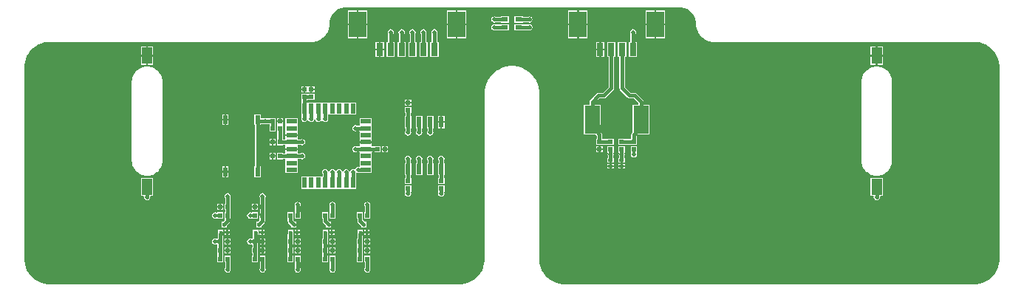
<source format=gtl>
G04*
G04 #@! TF.GenerationSoftware,Altium Limited,Altium Designer,22.1.2 (22)*
G04*
G04 Layer_Physical_Order=1*
G04 Layer_Color=255*
%FSLAX25Y25*%
%MOIN*%
G70*
G04*
G04 #@! TF.SameCoordinates,275DE8A0-DEE6-4034-A094-DBE044462E3A*
G04*
G04*
G04 #@! TF.FilePolarity,Positive*
G04*
G01*
G75*
%ADD12C,0.01575*%
%ADD14R,0.04724X0.07284*%
%ADD15R,0.02047X0.01850*%
%ADD16R,0.02362X0.04724*%
%ADD17R,0.07047X0.12598*%
%ADD18R,0.02165X0.01181*%
%ADD19R,0.01850X0.02047*%
%ADD20R,0.01575X0.01575*%
%ADD21R,0.01968X0.03937*%
%ADD22R,0.01968X0.04724*%
%ADD23R,0.04724X0.01968*%
%ADD24R,0.07874X0.11811*%
%ADD25R,0.02953X0.05906*%
%ADD26R,0.03150X0.01968*%
%ADD40C,0.01181*%
%ADD41C,0.01968*%
G36*
X76292Y70364D02*
X77715Y70080D01*
X79057Y69524D01*
X80264Y68717D01*
X81290Y67690D01*
X82096Y66483D01*
X82652Y65142D01*
X82935Y63718D01*
X82935Y62992D01*
X82940Y62968D01*
X82936Y62943D01*
X82972Y62220D01*
X82990Y62148D01*
Y62074D01*
X83272Y60656D01*
X83310Y60565D01*
X83329Y60468D01*
X83882Y59133D01*
X83937Y59051D01*
X83975Y58959D01*
X84778Y57758D01*
X84847Y57688D01*
X84902Y57605D01*
X85924Y56583D01*
X86007Y56529D01*
X86076Y56459D01*
X87278Y55656D01*
X87369Y55618D01*
X87452Y55563D01*
X88787Y55010D01*
X88884Y54991D01*
X88975Y54953D01*
X90393Y54671D01*
X90467D01*
X90539Y54653D01*
X91262Y54617D01*
X91286Y54621D01*
X91311Y54616D01*
X209403D01*
X210872Y54423D01*
X212304Y54039D01*
X213674Y53472D01*
X214958Y52730D01*
X216134Y51828D01*
X217182Y50780D01*
X218085Y49604D01*
X218826Y48320D01*
X219393Y46950D01*
X219777Y45518D01*
X219970Y44048D01*
Y43307D01*
Y-43004D01*
X219969Y-43033D01*
X219973Y-43058D01*
X219974Y-43117D01*
X219961Y-43259D01*
X219969Y-43326D01*
X219970Y-43343D01*
X219970Y-44048D01*
X219777Y-45518D01*
X219393Y-46950D01*
X218826Y-48320D01*
X218085Y-49604D01*
X217182Y-50780D01*
X216134Y-51828D01*
X214958Y-52730D01*
X213674Y-53472D01*
X212304Y-54039D01*
X210872Y-54423D01*
X209403Y-54616D01*
X208685D01*
X208656Y-54615D01*
X208631Y-54619D01*
X208572Y-54620D01*
X208430Y-54607D01*
X208364Y-54614D01*
X208346Y-54616D01*
X22881D01*
X21411Y-54423D01*
X19979Y-54039D01*
X18609Y-53472D01*
X17326Y-52730D01*
X16150Y-51828D01*
X15101Y-50780D01*
X14199Y-49604D01*
X13457Y-48320D01*
X12890Y-46950D01*
X12506Y-45518D01*
X12313Y-44048D01*
Y-43307D01*
Y31496D01*
X12309Y31516D01*
X12312Y31536D01*
X12277Y32423D01*
X12263Y32481D01*
X12266Y32540D01*
X11988Y34293D01*
X11961Y34368D01*
X11951Y34446D01*
X11403Y36134D01*
X11364Y36203D01*
X11343Y36280D01*
X10537Y37861D01*
X10488Y37923D01*
X10455Y37995D01*
X9412Y39431D01*
X9353Y39485D01*
X9309Y39551D01*
X8055Y40805D01*
X7989Y40850D01*
X7935Y40908D01*
X6499Y41951D01*
X6427Y41984D01*
X6365Y42033D01*
X4783Y42839D01*
X4707Y42860D01*
X4638Y42899D01*
X2950Y43447D01*
X2871Y43457D01*
X2797Y43484D01*
X1044Y43762D01*
X965Y43759D01*
X887Y43774D01*
X-887D01*
X-965Y43759D01*
X-1044Y43762D01*
X-2797Y43484D01*
X-2871Y43457D01*
X-2950Y43447D01*
X-4638Y42899D01*
X-4707Y42860D01*
X-4783Y42839D01*
X-6365Y42033D01*
X-6427Y41984D01*
X-6499Y41951D01*
X-7935Y40908D01*
X-7989Y40850D01*
X-8055Y40805D01*
X-9309Y39551D01*
X-9353Y39485D01*
X-9412Y39431D01*
X-10455Y37995D01*
X-10488Y37923D01*
X-10537Y37861D01*
X-11343Y36280D01*
X-11364Y36203D01*
X-11403Y36134D01*
X-11951Y34446D01*
X-11961Y34368D01*
X-11988Y34293D01*
X-12266Y32540D01*
X-12263Y32481D01*
X-12277Y32423D01*
X-12312Y31535D01*
X-12309Y31516D01*
X-12313Y31496D01*
Y-43307D01*
Y-44048D01*
X-12506Y-45518D01*
X-12890Y-46950D01*
X-13457Y-48320D01*
X-14199Y-49604D01*
X-15101Y-50780D01*
X-16150Y-51828D01*
X-17326Y-52730D01*
X-18609Y-53472D01*
X-19979Y-54039D01*
X-21411Y-54423D01*
X-22881Y-54616D01*
X-209403D01*
X-210872Y-54423D01*
X-212304Y-54039D01*
X-213674Y-53472D01*
X-214958Y-52730D01*
X-216134Y-51828D01*
X-217182Y-50780D01*
X-218085Y-49604D01*
X-218826Y-48320D01*
X-219393Y-46950D01*
X-219777Y-45518D01*
X-219970Y-44048D01*
Y-43307D01*
Y43307D01*
Y44048D01*
X-219777Y45518D01*
X-219393Y46950D01*
X-218826Y48320D01*
X-218085Y49604D01*
X-217182Y50780D01*
X-216134Y51828D01*
X-214958Y52730D01*
X-213674Y53472D01*
X-212304Y54039D01*
X-210872Y54423D01*
X-209403Y54616D01*
X-208786D01*
X-208701Y54559D01*
X-208631Y54545D01*
X-208567Y54515D01*
X-208441Y54508D01*
X-208414Y54502D01*
X-208387Y54493D01*
X-208371Y54494D01*
X-208317Y54483D01*
X-208246D01*
X-208192Y54494D01*
X-208176Y54493D01*
X-208149Y54502D01*
X-208122Y54508D01*
X-207996Y54515D01*
X-207932Y54545D01*
X-207862Y54559D01*
X-207777Y54616D01*
X-90551Y54616D01*
X-90527Y54621D01*
X-90502Y54617D01*
X-89779Y54653D01*
X-89707Y54671D01*
X-89633D01*
X-88215Y54953D01*
X-88124Y54991D01*
X-88027Y55010D01*
X-86692Y55563D01*
X-86610Y55618D01*
X-86518Y55656D01*
X-85317Y56459D01*
X-85247Y56529D01*
X-85164Y56583D01*
X-84143Y57605D01*
X-84088Y57688D01*
X-84018Y57758D01*
X-83215Y58959D01*
X-83177Y59051D01*
X-83122Y59133D01*
X-82569Y60468D01*
X-82550Y60565D01*
X-82512Y60656D01*
X-82230Y62074D01*
Y62148D01*
X-82212Y62220D01*
X-82176Y62943D01*
X-82180Y62968D01*
X-82175Y62992D01*
Y63718D01*
X-81892Y65143D01*
X-81336Y66484D01*
X-80529Y67691D01*
X-79503Y68718D01*
X-78295Y69525D01*
X-76954Y70081D01*
X-75529Y70364D01*
X75563D01*
X76292Y70364D01*
D02*
G37*
%LPC*%
G36*
X7874Y66169D02*
X7336Y66062D01*
X7196Y65968D01*
X5118D01*
Y66142D01*
X1181D01*
Y63386D01*
X5118D01*
Y63560D01*
X7196D01*
X7336Y63466D01*
X7874Y63359D01*
X8412Y63466D01*
X8867Y63770D01*
X9172Y64226D01*
X9279Y64764D01*
X9172Y65301D01*
X8867Y65757D01*
X8412Y66062D01*
X7874Y66169D01*
D02*
G37*
G36*
X-7874D02*
X-8412Y66062D01*
X-8867Y65757D01*
X-9172Y65301D01*
X-9279Y64764D01*
X-9172Y64226D01*
X-8867Y63770D01*
X-8412Y63466D01*
X-7874Y63359D01*
X-7336Y63466D01*
X-7196Y63560D01*
X-5118D01*
Y63386D01*
X-1181D01*
Y66142D01*
X-5118D01*
Y65968D01*
X-7196D01*
X-7336Y66062D01*
X-7874Y66169D01*
D02*
G37*
G36*
X-20628Y68898D02*
X-24565D01*
Y62992D01*
X-20628D01*
Y68898D01*
D02*
G37*
G36*
X-65313D02*
X-69250D01*
Y62992D01*
X-65313D01*
Y68898D01*
D02*
G37*
G36*
X-25353D02*
X-29290D01*
Y62992D01*
X-25353D01*
Y68898D01*
D02*
G37*
G36*
X-70038D02*
X-73975D01*
Y62992D01*
X-70038D01*
Y68898D01*
D02*
G37*
G36*
X68996Y68898D02*
X65059D01*
Y62992D01*
X68996D01*
Y68898D01*
D02*
G37*
G36*
X34154D02*
X30217D01*
Y62992D01*
X34154D01*
Y68898D01*
D02*
G37*
G36*
X64272D02*
X60335D01*
Y62992D01*
X64272D01*
Y68898D01*
D02*
G37*
G36*
X29429D02*
X25492D01*
Y62992D01*
X29429D01*
Y68898D01*
D02*
G37*
G36*
X7874Y62625D02*
X7336Y62519D01*
X7196Y62425D01*
X5118D01*
Y62598D01*
X1181D01*
Y59842D01*
X5118D01*
Y60016D01*
X7196D01*
X7336Y59922D01*
X7874Y59816D01*
X8412Y59922D01*
X8867Y60227D01*
X9172Y60683D01*
X9279Y61221D01*
X9172Y61758D01*
X8867Y62214D01*
X8412Y62519D01*
X7874Y62625D01*
D02*
G37*
G36*
X-7874D02*
X-8412Y62519D01*
X-8867Y62214D01*
X-9172Y61758D01*
X-9279Y61221D01*
X-9172Y60683D01*
X-8867Y60227D01*
X-8412Y59922D01*
X-7874Y59816D01*
X-7336Y59922D01*
X-7196Y60016D01*
X-5118D01*
Y59842D01*
X-1181D01*
Y62598D01*
X-5118D01*
Y62425D01*
X-7196D01*
X-7336Y62519D01*
X-7874Y62625D01*
D02*
G37*
G36*
X68996Y62205D02*
X65059D01*
Y56299D01*
X68996D01*
Y62205D01*
D02*
G37*
G36*
X64272D02*
X60335D01*
Y56299D01*
X64272D01*
Y62205D01*
D02*
G37*
G36*
X34154D02*
X30217D01*
Y56299D01*
X34154D01*
Y62205D01*
D02*
G37*
G36*
X29429D02*
X25492D01*
Y56299D01*
X29429D01*
Y62205D01*
D02*
G37*
G36*
X-20628Y62205D02*
X-24565D01*
Y56299D01*
X-20628D01*
Y62205D01*
D02*
G37*
G36*
X-25353D02*
X-29290D01*
Y56299D01*
X-25353D01*
Y62205D01*
D02*
G37*
G36*
X-65313D02*
X-69250D01*
Y56299D01*
X-65313D01*
Y62205D01*
D02*
G37*
G36*
X-70038D02*
X-73975D01*
Y56299D01*
X-70038D01*
Y62205D01*
D02*
G37*
G36*
X41732Y54527D02*
X40256D01*
Y51575D01*
X41732D01*
Y54527D01*
D02*
G37*
G36*
X39469D02*
X37992D01*
Y51575D01*
X39469D01*
Y54527D01*
D02*
G37*
G36*
X-57735Y54527D02*
X-59211D01*
Y51575D01*
X-57735D01*
Y54527D01*
D02*
G37*
G36*
X-59998D02*
X-61475D01*
Y51575D01*
X-59998D01*
Y54527D01*
D02*
G37*
G36*
X167323Y52461D02*
X164961D01*
Y48819D01*
X167323D01*
Y52461D01*
D02*
G37*
G36*
X164173D02*
X161811D01*
Y48819D01*
X164173D01*
Y52461D01*
D02*
G37*
G36*
X-161811D02*
X-164173D01*
Y48819D01*
X-161811D01*
Y52461D01*
D02*
G37*
G36*
X-164961D02*
X-167323D01*
Y48819D01*
X-164961D01*
Y52461D01*
D02*
G37*
G36*
X54626Y60460D02*
X54088Y60353D01*
X53632Y60049D01*
X53328Y59593D01*
X53221Y59055D01*
X53328Y58517D01*
X53422Y58377D01*
Y54527D01*
X52756D01*
Y47835D01*
X56496D01*
Y54527D01*
X55830D01*
Y58377D01*
X55924Y58517D01*
X56031Y59055D01*
X55924Y59593D01*
X55619Y60049D01*
X55164Y60353D01*
X54626Y60460D01*
D02*
G37*
G36*
X41732Y50787D02*
X40256D01*
Y47835D01*
X41732D01*
Y50787D01*
D02*
G37*
G36*
X39469D02*
X37992D01*
Y47835D01*
X39469D01*
Y50787D01*
D02*
G37*
G36*
X-34998Y60460D02*
X-35536Y60353D01*
X-35992Y60049D01*
X-36296Y59593D01*
X-36403Y59055D01*
X-36296Y58517D01*
X-36203Y58377D01*
Y54527D01*
X-36869D01*
Y47835D01*
X-33128D01*
Y54527D01*
X-33794D01*
Y58377D01*
X-33700Y58517D01*
X-33593Y59055D01*
X-33700Y59593D01*
X-34005Y60049D01*
X-34461Y60353D01*
X-34998Y60460D01*
D02*
G37*
G36*
X-39920D02*
X-40457Y60353D01*
X-40913Y60049D01*
X-41218Y59593D01*
X-41325Y59055D01*
X-41218Y58517D01*
X-41124Y58377D01*
Y54527D01*
X-41790D01*
Y47835D01*
X-38050D01*
Y54527D01*
X-38715D01*
Y58377D01*
X-38622Y58517D01*
X-38515Y59055D01*
X-38622Y59593D01*
X-38926Y60049D01*
X-39382Y60353D01*
X-39920Y60460D01*
D02*
G37*
G36*
X-44841D02*
X-45379Y60353D01*
X-45834Y60049D01*
X-46139Y59593D01*
X-46246Y59055D01*
X-46139Y58517D01*
X-46045Y58377D01*
Y54527D01*
X-46711D01*
Y47835D01*
X-42971D01*
Y54527D01*
X-43637D01*
Y58377D01*
X-43543Y58517D01*
X-43436Y59055D01*
X-43543Y59593D01*
X-43848Y60049D01*
X-44303Y60353D01*
X-44841Y60460D01*
D02*
G37*
G36*
X-49762D02*
X-50300Y60353D01*
X-50756Y60049D01*
X-51060Y59593D01*
X-51167Y59055D01*
X-51060Y58517D01*
X-50966Y58377D01*
Y54527D01*
X-51632D01*
Y47835D01*
X-47892D01*
Y54527D01*
X-48558D01*
Y58377D01*
X-48464Y58517D01*
X-48357Y59055D01*
X-48464Y59593D01*
X-48769Y60049D01*
X-49224Y60353D01*
X-49762Y60460D01*
D02*
G37*
G36*
X-54684D02*
X-55221Y60353D01*
X-55677Y60049D01*
X-55981Y59593D01*
X-56088Y59055D01*
X-55981Y58517D01*
X-55888Y58377D01*
Y54527D01*
X-56554D01*
Y47835D01*
X-52813D01*
Y54527D01*
X-53479D01*
Y58377D01*
X-53386Y58517D01*
X-53278Y59055D01*
X-53386Y59593D01*
X-53690Y60049D01*
X-54146Y60353D01*
X-54684Y60460D01*
D02*
G37*
G36*
X-57735Y50787D02*
X-59211D01*
Y47835D01*
X-57735D01*
Y50787D01*
D02*
G37*
G36*
X-59998D02*
X-61475D01*
Y47835D01*
X-59998D01*
Y50787D01*
D02*
G37*
G36*
X167323Y48031D02*
X164961D01*
Y44390D01*
X167323D01*
Y48031D01*
D02*
G37*
G36*
X164173D02*
X161811D01*
Y44390D01*
X164173D01*
Y48031D01*
D02*
G37*
G36*
X-161811Y48031D02*
X-164173D01*
Y44390D01*
X-161811D01*
Y48031D01*
D02*
G37*
G36*
X-164961D02*
X-167323D01*
Y44390D01*
X-164961D01*
Y48031D01*
D02*
G37*
G36*
X-90158Y34508D02*
Y33583D01*
X-89134D01*
Y34508D01*
X-90158D01*
D02*
G37*
G36*
X-94095D02*
X-95118D01*
Y33583D01*
X-94095D01*
Y34508D01*
D02*
G37*
G36*
X-89134Y32795D02*
X-90158D01*
Y31870D01*
X-89134D01*
Y32795D01*
D02*
G37*
G36*
X-94095D02*
X-95118D01*
Y31870D01*
X-94095D01*
Y32795D01*
D02*
G37*
G36*
X-92283Y34508D02*
X-92469Y34508D01*
X-93307D01*
Y33189D01*
Y31870D01*
X-92469D01*
X-91969Y31870D01*
X-91783Y31870D01*
X-90945D01*
Y33189D01*
Y34508D01*
X-92283D01*
D02*
G37*
G36*
X46654Y54527D02*
X42913D01*
Y47835D01*
X43579D01*
Y34282D01*
X41001Y31704D01*
X39000D01*
X39000Y31704D01*
X38539Y31613D01*
X38148Y31352D01*
X35369Y28572D01*
X35108Y28181D01*
X35016Y27720D01*
X35016Y27720D01*
Y26378D01*
X32303D01*
Y12992D01*
X37833D01*
X37844Y12937D01*
X38105Y12546D01*
X38296Y12355D01*
Y10886D01*
X38083D01*
Y8248D01*
X40917D01*
Y8363D01*
X43083D01*
Y8248D01*
X45917D01*
Y10886D01*
X43083D01*
Y10771D01*
X40917D01*
Y10886D01*
X40704D01*
Y12854D01*
X40704Y12854D01*
X40613Y13315D01*
X40352Y13706D01*
X40352Y13706D01*
X40161Y13896D01*
Y16949D01*
X40161Y16949D01*
X40138Y17065D01*
Y26378D01*
X37425D01*
Y27222D01*
X39499Y29296D01*
X41500D01*
X41500Y29296D01*
X41961Y29387D01*
X42351Y29649D01*
X45635Y32932D01*
X45635Y32932D01*
X45896Y33323D01*
X45988Y33784D01*
Y47835D01*
X46654D01*
Y54527D01*
D02*
G37*
G36*
X-92283Y31122D02*
Y31122D01*
X-92454Y31122D01*
X-95118D01*
Y28484D01*
X-94905D01*
Y27362D01*
X-95079D01*
Y21850D01*
X-94905D01*
Y20663D01*
X-94999Y20522D01*
X-95106Y19985D01*
X-94999Y19447D01*
X-94694Y18991D01*
X-94238Y18687D01*
X-93701Y18580D01*
X-93163Y18687D01*
X-92707Y18991D01*
X-92403Y19447D01*
X-92391Y19506D01*
X-91881D01*
X-91849Y19344D01*
X-91545Y18889D01*
X-91089Y18584D01*
X-90551Y18477D01*
X-90013Y18584D01*
X-89558Y18889D01*
X-89253Y19344D01*
X-89231Y19454D01*
X-88722D01*
X-88700Y19344D01*
X-88395Y18889D01*
X-87939Y18584D01*
X-87402Y18477D01*
X-86864Y18584D01*
X-86408Y18889D01*
X-86104Y19344D01*
X-86082Y19454D01*
X-85572D01*
X-85550Y19344D01*
X-85245Y18889D01*
X-84790Y18584D01*
X-84252Y18477D01*
X-83714Y18584D01*
X-83258Y18889D01*
X-82954Y19344D01*
X-82847Y19882D01*
X-82954Y20420D01*
X-83048Y20560D01*
Y21677D01*
X-82874Y21850D01*
X-82480D01*
X-82374Y21850D01*
X-79831D01*
X-79724Y21850D01*
X-79331D01*
X-79224Y21850D01*
X-76681D01*
X-76575Y21850D01*
X-76181D01*
X-76075Y21850D01*
X-73532D01*
X-73425Y21850D01*
X-73032D01*
X-72925Y21850D01*
X-70276D01*
Y27362D01*
X-72925D01*
X-73032Y27362D01*
X-73425D01*
X-73532Y27362D01*
X-76075D01*
X-76181Y27362D01*
X-76575D01*
X-76681Y27362D01*
X-79224D01*
X-79331Y27362D01*
X-79724D01*
X-79831Y27362D01*
X-82374D01*
X-82480Y27362D01*
X-82874D01*
X-82980Y27362D01*
X-85524D01*
X-85630Y27362D01*
X-86024D01*
X-86130Y27362D01*
X-88673D01*
X-88779Y27362D01*
X-89173D01*
X-89280Y27362D01*
X-91823D01*
X-91929Y27362D01*
X-92323D01*
X-92497Y27536D01*
Y28073D01*
X-92283Y28484D01*
X-91969D01*
Y28484D01*
X-89134D01*
Y31122D01*
X-91798D01*
X-91969Y31122D01*
Y31122D01*
X-92283D01*
D02*
G37*
G36*
X-45453Y28602D02*
X-46476D01*
Y27677D01*
X-45453D01*
Y28602D01*
D02*
G37*
G36*
X-47264D02*
X-48287D01*
Y27677D01*
X-47264D01*
Y28602D01*
D02*
G37*
G36*
X-45453Y26890D02*
X-46476D01*
Y25965D01*
X-45453D01*
Y26890D01*
D02*
G37*
G36*
X-47264D02*
X-48287D01*
Y25965D01*
X-47264D01*
Y26890D01*
D02*
G37*
G36*
X-127953Y22047D02*
X-128937D01*
Y20079D01*
X-127953D01*
Y22047D01*
D02*
G37*
G36*
X-129724D02*
X-130709D01*
Y20079D01*
X-129724D01*
Y22047D01*
D02*
G37*
G36*
X-103287Y20315D02*
X-104213D01*
Y19291D01*
X-103287D01*
Y20315D01*
D02*
G37*
G36*
X-105000D02*
X-105925D01*
Y19291D01*
X-105000D01*
Y20315D01*
D02*
G37*
G36*
X-30295Y21260D02*
X-31476D01*
Y18898D01*
X-30295D01*
Y21260D01*
D02*
G37*
G36*
X-32264D02*
X-33445D01*
Y18898D01*
X-32264D01*
Y21260D01*
D02*
G37*
G36*
X-127953Y19291D02*
X-128937D01*
Y17323D01*
X-127953D01*
Y19291D01*
D02*
G37*
G36*
X-129724D02*
X-130709D01*
Y17323D01*
X-129724D01*
Y19291D01*
D02*
G37*
G36*
X-63189Y20276D02*
X-68701D01*
Y17626D01*
X-68701Y17520D01*
Y17126D01*
X-68875Y16952D01*
X-69991D01*
X-70132Y17046D01*
X-70669Y17153D01*
X-71207Y17046D01*
X-71663Y16741D01*
X-71967Y16286D01*
X-72074Y15748D01*
X-71967Y15210D01*
X-71663Y14755D01*
X-71207Y14450D01*
X-70669Y14343D01*
X-70132Y14450D01*
X-69991Y14544D01*
X-68875D01*
X-68701Y14370D01*
Y13976D01*
X-68701Y13870D01*
Y11327D01*
X-68701Y11220D01*
Y10827D01*
X-68701Y10721D01*
Y9843D01*
X-63189D01*
Y10721D01*
X-63189Y10827D01*
Y11220D01*
X-63189Y11327D01*
Y13870D01*
X-63189Y13976D01*
Y14370D01*
X-63189Y14476D01*
Y17020D01*
X-63189Y17126D01*
Y17520D01*
X-63189Y17626D01*
Y20276D01*
D02*
G37*
G36*
X-30295Y18110D02*
X-31476D01*
Y15748D01*
X-30295D01*
Y18110D01*
D02*
G37*
G36*
X-32264D02*
X-33445D01*
Y15748D01*
X-32264D01*
Y18110D01*
D02*
G37*
G36*
X-113386Y22047D02*
X-116142D01*
Y17323D01*
X-115968D01*
Y-1575D01*
X-116142D01*
Y-6299D01*
X-113386D01*
Y-1575D01*
X-113559D01*
Y17323D01*
X-113386D01*
Y17693D01*
X-111958D01*
X-111817Y17600D01*
X-111279Y17493D01*
X-110742Y17600D01*
X-110602Y17693D01*
X-109723D01*
X-109311Y17480D01*
Y17165D01*
X-109311D01*
Y14331D01*
X-106673D01*
Y17165D01*
X-106673D01*
Y17480D01*
X-106673D01*
Y20315D01*
X-109311D01*
Y20102D01*
X-110602D01*
X-110742Y20196D01*
X-111279Y20303D01*
X-111817Y20196D01*
X-111958Y20102D01*
X-113386D01*
Y22047D01*
D02*
G37*
G36*
X-96653Y20276D02*
X-102165D01*
Y17626D01*
X-102165Y17520D01*
Y17126D01*
X-102165Y17020D01*
Y14476D01*
X-102165Y14370D01*
Y13976D01*
X-102165Y13870D01*
Y12992D01*
X-96653D01*
Y13870D01*
X-96653Y13976D01*
Y14370D01*
X-96653Y14476D01*
Y17020D01*
X-96653Y17126D01*
Y17520D01*
X-96653Y17626D01*
Y20276D01*
D02*
G37*
G36*
X-35295Y21260D02*
X-38445D01*
Y15748D01*
X-38074D01*
Y14457D01*
X-38168Y14317D01*
X-38275Y13780D01*
X-38168Y13242D01*
X-37863Y12786D01*
X-37408Y12482D01*
X-36870Y12375D01*
X-36332Y12482D01*
X-35877Y12786D01*
X-35572Y13242D01*
X-35465Y13780D01*
X-35572Y14317D01*
X-35666Y14457D01*
Y15748D01*
X-35295D01*
Y21260D01*
D02*
G37*
G36*
X-40295D02*
X-43445D01*
Y15748D01*
X-43074D01*
Y14457D01*
X-43168Y14317D01*
X-43275Y13780D01*
X-43168Y13242D01*
X-42864Y12786D01*
X-42408Y12482D01*
X-41870Y12375D01*
X-41332Y12482D01*
X-40877Y12786D01*
X-40572Y13242D01*
X-40465Y13780D01*
X-40572Y14317D01*
X-40666Y14457D01*
Y15748D01*
X-40295D01*
Y21260D01*
D02*
G37*
G36*
X-45453Y25216D02*
X-48287D01*
Y22579D01*
X-48074D01*
Y21260D01*
X-48445D01*
Y15748D01*
X-48074D01*
Y14457D01*
X-48168Y14317D01*
X-48275Y13780D01*
X-48168Y13242D01*
X-47864Y12786D01*
X-47408Y12482D01*
X-46870Y12375D01*
X-46332Y12482D01*
X-45877Y12786D01*
X-45572Y13242D01*
X-45465Y13780D01*
X-45572Y14317D01*
X-45666Y14457D01*
Y15748D01*
X-45295D01*
Y21260D01*
X-45666D01*
Y22579D01*
X-45453D01*
Y25216D01*
D02*
G37*
G36*
X51575Y54527D02*
X47835D01*
Y47835D01*
X48500D01*
Y33795D01*
X48500Y33795D01*
X48592Y33334D01*
X48853Y32944D01*
X52148Y29649D01*
X52539Y29387D01*
X53000Y29296D01*
X53000Y29296D01*
X55001D01*
X57064Y27233D01*
Y26378D01*
X54350D01*
Y17065D01*
X54327Y16949D01*
X54327Y16949D01*
Y13885D01*
X54149Y13706D01*
X53887Y13315D01*
X53796Y12854D01*
X53796Y12854D01*
Y10886D01*
X53583D01*
Y10771D01*
X50917D01*
Y10886D01*
X48083D01*
Y8248D01*
X50917D01*
Y8363D01*
X53583D01*
Y8248D01*
X56417D01*
Y10886D01*
X56204D01*
Y12355D01*
X56383Y12534D01*
X56644Y12925D01*
X56657Y12992D01*
X62185D01*
Y26378D01*
X59472D01*
Y27732D01*
X59380Y28193D01*
X59119Y28584D01*
X59119Y28584D01*
X56352Y31352D01*
X55961Y31613D01*
X55500Y31704D01*
X55500Y31704D01*
X53499D01*
X50909Y34294D01*
Y47835D01*
X51575D01*
Y54527D01*
D02*
G37*
G36*
X-106673Y10866D02*
X-107598D01*
Y9843D01*
X-106673D01*
Y10866D01*
D02*
G37*
G36*
X-108386D02*
X-109311D01*
Y9843D01*
X-108386D01*
Y10866D01*
D02*
G37*
G36*
X-103287Y18504D02*
X-104606D01*
X-105925D01*
Y17665D01*
X-105925Y17165D01*
X-105925Y16980D01*
Y14331D01*
X-105810D01*
Y10866D01*
X-105925D01*
Y8032D01*
X-103287D01*
Y8245D01*
X-102339D01*
X-102165Y8071D01*
Y7677D01*
X-102165Y7571D01*
Y6693D01*
X-96653D01*
Y7571D01*
X-96653Y7677D01*
Y8071D01*
X-96480Y8245D01*
X-95363D01*
X-95223Y8151D01*
X-94685Y8044D01*
X-94147Y8151D01*
X-93692Y8455D01*
X-93387Y8911D01*
X-93280Y9449D01*
X-93387Y9986D01*
X-93692Y10442D01*
X-94147Y10747D01*
X-94685Y10854D01*
X-95223Y10747D01*
X-95363Y10653D01*
X-96480D01*
X-96653Y10827D01*
Y11220D01*
X-96653Y11327D01*
Y12205D01*
X-102165D01*
Y11327D01*
X-102165Y11220D01*
Y10827D01*
X-102339Y10653D01*
X-103287D01*
Y10866D01*
X-103402D01*
Y14331D01*
X-103287D01*
Y16980D01*
X-103287Y17480D01*
X-103287Y17665D01*
Y18504D01*
D02*
G37*
G36*
X-106673Y9055D02*
X-107598D01*
Y8032D01*
X-106673D01*
Y9055D01*
D02*
G37*
G36*
X-108386D02*
X-109311D01*
Y8032D01*
X-108386D01*
Y9055D01*
D02*
G37*
G36*
X-63189D02*
X-68701D01*
Y8177D01*
X-68701Y8071D01*
Y7677D01*
X-68875Y7503D01*
X-69991D01*
X-70132Y7597D01*
X-70669Y7704D01*
X-71207Y7597D01*
X-71663Y7293D01*
X-71967Y6837D01*
X-72074Y6299D01*
X-71967Y5762D01*
X-71663Y5306D01*
X-71207Y5001D01*
X-70669Y4894D01*
X-70132Y5001D01*
X-69991Y5095D01*
X-68875D01*
X-68701Y4921D01*
Y4528D01*
X-68701Y4421D01*
Y1878D01*
X-68701Y1772D01*
Y1378D01*
X-68701Y1272D01*
Y-1294D01*
X-68868Y-1684D01*
X-69243Y-1754D01*
X-69291Y-1745D01*
X-69829Y-1852D01*
X-70285Y-2156D01*
X-70589Y-2612D01*
X-70603Y-2679D01*
X-70993Y-2840D01*
X-71143Y-2830D01*
X-71653Y-2729D01*
X-72191Y-2836D01*
X-72647Y-3140D01*
X-72952Y-3596D01*
X-72974Y-3706D01*
X-73483D01*
X-73505Y-3596D01*
X-73810Y-3140D01*
X-74265Y-2836D01*
X-74803Y-2729D01*
X-75341Y-2836D01*
X-75797Y-3140D01*
X-76101Y-3596D01*
X-76123Y-3706D01*
X-76633D01*
X-76655Y-3596D01*
X-76959Y-3140D01*
X-77415Y-2836D01*
X-77953Y-2729D01*
X-78490Y-2836D01*
X-78946Y-3140D01*
X-79251Y-3596D01*
X-79273Y-3706D01*
X-79782D01*
X-79804Y-3596D01*
X-80109Y-3140D01*
X-80565Y-2836D01*
X-81102Y-2729D01*
X-81640Y-2836D01*
X-82096Y-3140D01*
X-82400Y-3596D01*
X-82414Y-3665D01*
X-82924D01*
X-82954Y-3514D01*
X-83258Y-3058D01*
X-83714Y-2753D01*
X-84252Y-2646D01*
X-84790Y-2753D01*
X-85245Y-3058D01*
X-85550Y-3514D01*
X-85657Y-4051D01*
X-85550Y-4589D01*
X-85456Y-4729D01*
Y-5929D01*
X-85630Y-6102D01*
X-86024D01*
X-86130Y-6102D01*
X-88673D01*
X-88779Y-6102D01*
X-89173D01*
X-89280Y-6102D01*
X-91823D01*
X-91929Y-6102D01*
X-92323D01*
X-92429Y-6102D01*
X-95079D01*
Y-11614D01*
X-92429D01*
X-92323Y-11614D01*
X-91929D01*
X-91823Y-11614D01*
X-89280D01*
X-89173Y-11614D01*
X-88779D01*
X-88673Y-11614D01*
X-86130D01*
X-86024Y-11614D01*
X-85630D01*
X-85524Y-11614D01*
X-82980D01*
X-82874Y-11614D01*
X-82480D01*
X-82374Y-11614D01*
X-79831D01*
X-79724Y-11614D01*
X-79331D01*
X-79224Y-11614D01*
X-76681D01*
X-76575Y-11614D01*
X-76181D01*
X-76075Y-11614D01*
X-73532D01*
X-73425Y-11614D01*
X-73032D01*
X-72925Y-11614D01*
X-70276D01*
Y-6102D01*
X-70449D01*
Y-4812D01*
X-70367Y-4689D01*
X-70274Y-4576D01*
X-69952Y-4443D01*
X-69802Y-4453D01*
X-69291Y-4555D01*
X-69197Y-4536D01*
X-68701Y-4528D01*
X-68701Y-4528D01*
X-68701Y-4528D01*
X-63189D01*
Y-1878D01*
X-63189Y-1772D01*
Y-1378D01*
X-63189Y-1272D01*
Y1272D01*
X-63189Y1378D01*
Y1772D01*
X-63189Y1878D01*
Y4421D01*
X-63189Y4528D01*
Y4921D01*
X-63015Y5095D01*
X-62067D01*
Y4882D01*
X-59429D01*
Y7717D01*
X-62067D01*
Y7503D01*
X-63015D01*
X-63189Y7677D01*
Y8071D01*
X-63189Y8177D01*
Y9055D01*
D02*
G37*
G36*
X-56043Y7717D02*
X-56968D01*
Y6693D01*
X-56043D01*
Y7717D01*
D02*
G37*
G36*
X-57756D02*
X-58681D01*
Y6693D01*
X-57756D01*
Y7717D01*
D02*
G37*
G36*
X40917Y7500D02*
X39894D01*
Y6575D01*
X40917D01*
Y7500D01*
D02*
G37*
G36*
X39106D02*
X38083D01*
Y6575D01*
X39106D01*
Y7500D01*
D02*
G37*
G36*
X-56043Y5906D02*
X-56968D01*
Y4882D01*
X-56043D01*
Y5906D01*
D02*
G37*
G36*
X-57756D02*
X-58681D01*
Y4882D01*
X-57756D01*
Y5906D01*
D02*
G37*
G36*
X40917Y5787D02*
X39894D01*
Y4862D01*
X40917D01*
Y5787D01*
D02*
G37*
G36*
X39106D02*
X38083D01*
Y4862D01*
X39106D01*
Y5787D01*
D02*
G37*
G36*
X-96653Y5906D02*
X-102165D01*
Y5028D01*
X-102165Y4921D01*
Y4528D01*
X-102339Y4354D01*
X-103287D01*
Y4567D01*
X-105925D01*
Y1732D01*
X-103287D01*
Y1945D01*
X-102339D01*
X-102165Y1772D01*
Y1378D01*
X-102165Y1272D01*
Y-1272D01*
X-102165Y-1378D01*
Y-1772D01*
X-102165Y-1878D01*
Y-4528D01*
X-96653D01*
Y-1878D01*
X-96653Y-1772D01*
Y-1378D01*
X-96653Y-1272D01*
Y1272D01*
X-96653Y1378D01*
Y1772D01*
X-96480Y1945D01*
X-95363D01*
X-95223Y1852D01*
X-94685Y1745D01*
X-94147Y1852D01*
X-93692Y2156D01*
X-93387Y2612D01*
X-93280Y3150D01*
X-93387Y3687D01*
X-93692Y4143D01*
X-94147Y4448D01*
X-94685Y4555D01*
X-95223Y4448D01*
X-95363Y4354D01*
X-96480D01*
X-96653Y4528D01*
Y4921D01*
X-96653Y5028D01*
Y5906D01*
D02*
G37*
G36*
X-106673Y4567D02*
X-107598D01*
Y3543D01*
X-106673D01*
Y4567D01*
D02*
G37*
G36*
X-108386D02*
X-109311D01*
Y3543D01*
X-108386D01*
Y4567D01*
D02*
G37*
G36*
X56417Y7500D02*
X53583D01*
Y4862D01*
X53583Y4862D01*
X53680Y4362D01*
X53595Y3937D01*
X53702Y3399D01*
X54007Y2944D01*
X54462Y2639D01*
X55000Y2532D01*
X55538Y2639D01*
X55993Y2944D01*
X56298Y3399D01*
X56405Y3937D01*
X56320Y4362D01*
X56417Y4862D01*
X56417D01*
Y7500D01*
D02*
G37*
G36*
X-106673Y2756D02*
X-107598D01*
Y1732D01*
X-106673D01*
Y2756D01*
D02*
G37*
G36*
X-108386D02*
X-109311D01*
Y1732D01*
X-108386D01*
Y2756D01*
D02*
G37*
G36*
X50917Y7500D02*
X48083D01*
Y4862D01*
X48083D01*
X48232Y4362D01*
X48202Y4317D01*
X48095Y3779D01*
X48202Y3242D01*
X48296Y3102D01*
Y2362D01*
X48024D01*
Y394D01*
X48847D01*
X49039Y265D01*
X49500Y174D01*
X49961Y265D01*
X50153Y394D01*
X50976D01*
Y2362D01*
X50704D01*
Y3102D01*
X50798Y3242D01*
X50905Y3779D01*
X50798Y4317D01*
X50768Y4362D01*
X50917Y4862D01*
X50917D01*
Y7500D01*
D02*
G37*
G36*
X45917D02*
X43083D01*
Y4862D01*
X43083D01*
X43232Y4362D01*
X43202Y4317D01*
X43095Y3779D01*
X43202Y3242D01*
X43296Y3102D01*
Y2362D01*
X43024D01*
Y394D01*
X43847D01*
X44039Y265D01*
X44500Y174D01*
X44961Y265D01*
X45153Y394D01*
X45976D01*
Y2362D01*
X45704D01*
Y3102D01*
X45798Y3242D01*
X45905Y3779D01*
X45798Y4317D01*
X45768Y4362D01*
X45917Y4862D01*
X45917D01*
Y7500D01*
D02*
G37*
G36*
X50976Y-394D02*
X49894D01*
Y-984D01*
X50976D01*
Y-394D01*
D02*
G37*
G36*
X45976D02*
X44894D01*
Y-984D01*
X45976D01*
Y-394D01*
D02*
G37*
G36*
X49106D02*
X48024D01*
Y-984D01*
X49106D01*
Y-394D01*
D02*
G37*
G36*
X44106D02*
X43024D01*
Y-984D01*
X44106D01*
Y-394D01*
D02*
G37*
G36*
X50976Y-1772D02*
X49894D01*
Y-2362D01*
X50976D01*
Y-1772D01*
D02*
G37*
G36*
X49106D02*
X48024D01*
Y-2362D01*
X49106D01*
Y-1772D01*
D02*
G37*
G36*
X45976D02*
X44894D01*
Y-2362D01*
X45976D01*
Y-1772D01*
D02*
G37*
G36*
X44106D02*
X43024D01*
Y-2362D01*
X44106D01*
Y-1772D01*
D02*
G37*
G36*
X-127953Y-1575D02*
X-128937D01*
Y-3543D01*
X-127953D01*
Y-1575D01*
D02*
G37*
G36*
X-129724D02*
X-130709D01*
Y-3543D01*
X-129724D01*
Y-1575D01*
D02*
G37*
G36*
X-36870Y3373D02*
X-37408Y3266D01*
X-37863Y2962D01*
X-38168Y2506D01*
X-38275Y1969D01*
X-38168Y1431D01*
X-38074Y1290D01*
Y0D01*
X-38445D01*
Y-5512D01*
X-35295D01*
Y0D01*
X-35666D01*
Y1290D01*
X-35572Y1431D01*
X-35465Y1969D01*
X-35572Y2506D01*
X-35877Y2962D01*
X-36332Y3266D01*
X-36870Y3373D01*
D02*
G37*
G36*
X-41870D02*
X-42408Y3266D01*
X-42864Y2962D01*
X-43168Y2506D01*
X-43275Y1969D01*
X-43168Y1431D01*
X-43074Y1290D01*
Y0D01*
X-43445D01*
Y-5512D01*
X-40295D01*
Y0D01*
X-40666D01*
Y1290D01*
X-40572Y1431D01*
X-40465Y1969D01*
X-40572Y2506D01*
X-40877Y2962D01*
X-41332Y3266D01*
X-41870Y3373D01*
D02*
G37*
G36*
X165149Y43523D02*
X163985D01*
X163888Y43504D01*
X163789D01*
X162649Y43277D01*
X162557Y43239D01*
X162460Y43220D01*
X161386Y42775D01*
X161303Y42720D01*
X161212Y42682D01*
X160245Y42036D01*
X160175Y41966D01*
X160093Y41911D01*
X159270Y41088D01*
X159215Y41006D01*
X159145Y40936D01*
X158499Y39969D01*
X158461Y39878D01*
X158406Y39796D01*
X157961Y38721D01*
X157942Y38624D01*
X157904Y38533D01*
X157677Y37392D01*
Y37293D01*
X157658Y37196D01*
Y36614D01*
Y1181D01*
Y599D01*
X157677Y502D01*
Y404D01*
X157904Y-737D01*
X157942Y-829D01*
X157961Y-926D01*
X158406Y-2000D01*
X158461Y-2083D01*
X158499Y-2174D01*
X159145Y-3141D01*
X159215Y-3211D01*
X159270Y-3293D01*
X160093Y-4116D01*
X160175Y-4171D01*
X160245Y-4240D01*
X161212Y-4887D01*
X161303Y-4924D01*
X161386Y-4979D01*
X162460Y-5425D01*
X162557Y-5444D01*
X162649Y-5482D01*
X163789Y-5709D01*
X163888D01*
X163985Y-5728D01*
X165149D01*
X165245Y-5709D01*
X165344D01*
X166485Y-5482D01*
X166577Y-5444D01*
X166674Y-5425D01*
X167748Y-4979D01*
X167831Y-4924D01*
X167922Y-4887D01*
X168889Y-4240D01*
X168959Y-4171D01*
X169041Y-4116D01*
X169864Y-3293D01*
X169919Y-3211D01*
X169988Y-3141D01*
X170635Y-2174D01*
X170673Y-2083D01*
X170728Y-2000D01*
X171173Y-926D01*
X171192Y-829D01*
X171230Y-737D01*
X171457Y404D01*
Y502D01*
X171476Y599D01*
Y1181D01*
Y36614D01*
Y37196D01*
X171457Y37293D01*
Y37392D01*
X171230Y38533D01*
X171192Y38624D01*
X171173Y38721D01*
X170728Y39796D01*
X170673Y39878D01*
X170635Y39969D01*
X169988Y40936D01*
X169919Y41006D01*
X169864Y41088D01*
X169041Y41911D01*
X168959Y41966D01*
X168889Y42036D01*
X167922Y42682D01*
X167831Y42720D01*
X167748Y42775D01*
X166674Y43220D01*
X166577Y43239D01*
X166485Y43277D01*
X165344Y43504D01*
X165245D01*
X165149Y43523D01*
D02*
G37*
G36*
X-163985D02*
X-165149D01*
X-165245Y43504D01*
X-165344D01*
X-166485Y43277D01*
X-166577Y43239D01*
X-166674Y43220D01*
X-167748Y42775D01*
X-167831Y42720D01*
X-167922Y42682D01*
X-168889Y42036D01*
X-168959Y41966D01*
X-169041Y41911D01*
X-169864Y41088D01*
X-169919Y41006D01*
X-169988Y40936D01*
X-170635Y39969D01*
X-170673Y39878D01*
X-170728Y39796D01*
X-171173Y38721D01*
X-171192Y38624D01*
X-171230Y38533D01*
X-171457Y37392D01*
Y37293D01*
X-171476Y37196D01*
Y36614D01*
Y1181D01*
Y599D01*
X-171457Y502D01*
Y404D01*
X-171230Y-737D01*
X-171192Y-829D01*
X-171173Y-926D01*
X-170728Y-2000D01*
X-170673Y-2083D01*
X-170635Y-2174D01*
X-169988Y-3141D01*
X-169919Y-3211D01*
X-169864Y-3293D01*
X-169041Y-4116D01*
X-168959Y-4171D01*
X-168889Y-4240D01*
X-167922Y-4887D01*
X-167831Y-4924D01*
X-167748Y-4979D01*
X-166674Y-5425D01*
X-166577Y-5444D01*
X-166485Y-5482D01*
X-165344Y-5709D01*
X-165245D01*
X-165149Y-5728D01*
X-163985D01*
X-163888Y-5709D01*
X-163789D01*
X-162649Y-5482D01*
X-162557Y-5444D01*
X-162460Y-5425D01*
X-161386Y-4979D01*
X-161303Y-4924D01*
X-161212Y-4887D01*
X-160245Y-4240D01*
X-160175Y-4171D01*
X-160093Y-4116D01*
X-159270Y-3293D01*
X-159215Y-3211D01*
X-159145Y-3141D01*
X-158499Y-2174D01*
X-158461Y-2083D01*
X-158406Y-2000D01*
X-157961Y-926D01*
X-157942Y-829D01*
X-157904Y-737D01*
X-157677Y404D01*
Y502D01*
X-157658Y599D01*
Y1181D01*
Y36614D01*
Y37196D01*
X-157677Y37293D01*
Y37392D01*
X-157904Y38533D01*
X-157942Y38624D01*
X-157961Y38721D01*
X-158406Y39796D01*
X-158461Y39878D01*
X-158499Y39969D01*
X-159145Y40936D01*
X-159215Y41006D01*
X-159270Y41088D01*
X-160093Y41911D01*
X-160175Y41966D01*
X-160245Y42036D01*
X-161212Y42682D01*
X-161303Y42720D01*
X-161386Y42775D01*
X-162460Y43220D01*
X-162557Y43239D01*
X-162649Y43277D01*
X-163789Y43504D01*
X-163888D01*
X-163985Y43523D01*
D02*
G37*
G36*
X-127953Y-4331D02*
X-128937D01*
Y-6299D01*
X-127953D01*
Y-4331D01*
D02*
G37*
G36*
X-129724D02*
X-130709D01*
Y-6299D01*
X-129724D01*
Y-4331D01*
D02*
G37*
G36*
X-31870Y3373D02*
X-32408Y3266D01*
X-32864Y2962D01*
X-33168Y2506D01*
X-33275Y1969D01*
X-33168Y1431D01*
X-33074Y1290D01*
Y0D01*
X-33445D01*
Y-5512D01*
X-33074D01*
Y-6831D01*
X-33287D01*
Y-9469D01*
X-30453D01*
Y-6831D01*
X-30666D01*
Y-5512D01*
X-30295D01*
Y0D01*
X-30666D01*
Y1290D01*
X-30572Y1431D01*
X-30465Y1969D01*
X-30572Y2506D01*
X-30877Y2962D01*
X-31332Y3266D01*
X-31870Y3373D01*
D02*
G37*
G36*
X-46870D02*
X-47408Y3266D01*
X-47864Y2962D01*
X-48168Y2506D01*
X-48275Y1969D01*
X-48168Y1431D01*
X-48074Y1290D01*
Y0D01*
X-48445D01*
Y-5512D01*
X-48074D01*
Y-6831D01*
X-48287D01*
Y-9469D01*
X-45453D01*
Y-6831D01*
X-45666D01*
Y-5512D01*
X-45295D01*
Y0D01*
X-45666D01*
Y1290D01*
X-45572Y1431D01*
X-45465Y1969D01*
X-45572Y2506D01*
X-45877Y2962D01*
X-46332Y3266D01*
X-46870Y3373D01*
D02*
G37*
G36*
X-30453Y-10216D02*
X-33287D01*
Y-12854D01*
X-33287Y-12854D01*
X-33190Y-13354D01*
X-33275Y-13780D01*
X-33168Y-14317D01*
X-32864Y-14773D01*
X-32408Y-15078D01*
X-31870Y-15184D01*
X-31332Y-15078D01*
X-30877Y-14773D01*
X-30572Y-14317D01*
X-30465Y-13780D01*
X-30550Y-13354D01*
X-30453Y-12854D01*
X-30453D01*
Y-10216D01*
D02*
G37*
G36*
X-45453D02*
X-48287D01*
Y-12854D01*
X-48287Y-12854D01*
X-48190Y-13354D01*
X-48275Y-13780D01*
X-48168Y-14317D01*
X-47864Y-14773D01*
X-47408Y-15078D01*
X-46870Y-15184D01*
X-46332Y-15078D01*
X-45877Y-14773D01*
X-45572Y-14317D01*
X-45465Y-13780D01*
X-45550Y-13354D01*
X-45453Y-12854D01*
X-45453D01*
Y-10216D01*
D02*
G37*
G36*
X167323Y-6594D02*
X161811D01*
Y-14665D01*
X162814D01*
X163200Y-15165D01*
X163162Y-15354D01*
X163269Y-15892D01*
X163574Y-16348D01*
X164029Y-16652D01*
X164567Y-16759D01*
X165105Y-16652D01*
X165560Y-16348D01*
X165865Y-15892D01*
X165972Y-15354D01*
X165934Y-15165D01*
X166319Y-14665D01*
X167323D01*
Y-6594D01*
D02*
G37*
G36*
X-161811D02*
X-167323D01*
Y-14665D01*
X-166319D01*
X-165934Y-15165D01*
X-165972Y-15354D01*
X-165865Y-15892D01*
X-165560Y-16348D01*
X-165105Y-16652D01*
X-164567Y-16759D01*
X-164029Y-16652D01*
X-163574Y-16348D01*
X-163269Y-15892D01*
X-163162Y-15354D01*
X-163200Y-15165D01*
X-162814Y-14665D01*
X-161811D01*
Y-6594D01*
D02*
G37*
G36*
X-114547Y-18268D02*
X-115472D01*
Y-19291D01*
X-114547D01*
Y-18268D01*
D02*
G37*
G36*
X-116260D02*
X-117185D01*
Y-19291D01*
X-116260D01*
Y-18268D01*
D02*
G37*
G36*
X-130295D02*
X-131220D01*
Y-19291D01*
X-130295D01*
Y-18268D01*
D02*
G37*
G36*
X-132008D02*
X-132933D01*
Y-19291D01*
X-132008D01*
Y-18268D01*
D02*
G37*
G36*
X-114547Y-20079D02*
X-115472D01*
Y-21102D01*
X-114547D01*
Y-20079D01*
D02*
G37*
G36*
X-116260D02*
X-117185D01*
Y-21102D01*
X-116260D01*
Y-20079D01*
D02*
G37*
G36*
X-130295D02*
X-131220D01*
Y-21102D01*
X-130295D01*
Y-20079D01*
D02*
G37*
G36*
X-132008D02*
X-132933D01*
Y-21102D01*
X-132008D01*
Y-20079D01*
D02*
G37*
G36*
X-117185Y-22205D02*
X-117685Y-22302D01*
X-118110Y-22217D01*
X-118648Y-22324D01*
X-119104Y-22629D01*
X-119408Y-23084D01*
X-119515Y-23622D01*
X-119408Y-24160D01*
X-119104Y-24615D01*
X-118648Y-24920D01*
X-118110Y-25027D01*
X-117685Y-24942D01*
X-117185Y-25039D01*
Y-25039D01*
X-114547D01*
Y-22205D01*
X-117185D01*
X-117185Y-22205D01*
D02*
G37*
G36*
X-132933D02*
X-133433Y-22302D01*
X-133858Y-22217D01*
X-134396Y-22324D01*
X-134852Y-22629D01*
X-135156Y-23084D01*
X-135263Y-23622D01*
X-135156Y-24160D01*
X-134852Y-24615D01*
X-134396Y-24920D01*
X-133858Y-25027D01*
X-133433Y-24942D01*
X-132933Y-25039D01*
Y-25039D01*
X-130295D01*
Y-22205D01*
X-132933D01*
X-132933Y-22205D01*
D02*
G37*
G36*
X-65236Y-17493D02*
X-65774Y-17600D01*
X-66230Y-17904D01*
X-66534Y-18360D01*
X-66641Y-18898D01*
X-66534Y-19435D01*
X-66440Y-19576D01*
Y-22205D01*
X-66555D01*
Y-25039D01*
X-63917D01*
Y-22205D01*
X-64032D01*
Y-19576D01*
X-63938Y-19435D01*
X-63831Y-18898D01*
X-63938Y-18360D01*
X-64243Y-17904D01*
X-64699Y-17600D01*
X-65236Y-17493D01*
D02*
G37*
G36*
X-80984D02*
X-81522Y-17600D01*
X-81978Y-17904D01*
X-82282Y-18360D01*
X-82389Y-18898D01*
X-82282Y-19435D01*
X-82188Y-19576D01*
Y-22205D01*
X-82303D01*
Y-25039D01*
X-79665D01*
Y-22205D01*
X-79780D01*
Y-19576D01*
X-79686Y-19435D01*
X-79579Y-18898D01*
X-79686Y-18360D01*
X-79991Y-17904D01*
X-80447Y-17600D01*
X-80984Y-17493D01*
D02*
G37*
G36*
X-96732D02*
X-97270Y-17600D01*
X-97726Y-17904D01*
X-98030Y-18360D01*
X-98137Y-18898D01*
X-98030Y-19435D01*
X-97936Y-19576D01*
Y-22205D01*
X-98051D01*
Y-25039D01*
X-95413D01*
Y-22205D01*
X-95528D01*
Y-19576D01*
X-95434Y-19435D01*
X-95327Y-18898D01*
X-95434Y-18360D01*
X-95739Y-17904D01*
X-96195Y-17600D01*
X-96732Y-17493D01*
D02*
G37*
G36*
X-67303Y-22205D02*
X-69941D01*
Y-25039D01*
X-69688D01*
Y-26201D01*
X-69688Y-26201D01*
X-69597Y-26662D01*
X-69336Y-27052D01*
X-68110Y-28278D01*
Y-28937D01*
X-67045D01*
X-66929Y-28960D01*
X-66813Y-28937D01*
X-65748D01*
Y-27872D01*
X-65725Y-27756D01*
X-65748Y-27639D01*
Y-26575D01*
X-66407D01*
X-67280Y-25702D01*
Y-23760D01*
X-67280Y-23760D01*
X-67303Y-23643D01*
Y-22205D01*
D02*
G37*
G36*
X-83051D02*
X-85689D01*
Y-25039D01*
X-85436D01*
Y-26201D01*
X-85436Y-26201D01*
X-85345Y-26662D01*
X-85084Y-27052D01*
X-83858Y-28278D01*
Y-28937D01*
X-82793D01*
X-82677Y-28960D01*
X-82561Y-28937D01*
X-81496D01*
Y-27872D01*
X-81473Y-27756D01*
X-81496Y-27639D01*
Y-26575D01*
X-82155D01*
X-83028Y-25702D01*
Y-23760D01*
X-83028Y-23760D01*
X-83051Y-23643D01*
Y-22205D01*
D02*
G37*
G36*
X-98799D02*
X-101437D01*
Y-25039D01*
X-101185D01*
Y-26201D01*
X-101185Y-26201D01*
X-101093Y-26662D01*
X-100832Y-27052D01*
X-99606Y-28278D01*
Y-28937D01*
X-98542D01*
X-98425Y-28960D01*
X-98309Y-28937D01*
X-97244D01*
Y-27872D01*
X-97221Y-27756D01*
X-97244Y-27639D01*
Y-26575D01*
X-97903D01*
X-98776Y-25702D01*
Y-23760D01*
X-98776Y-23760D01*
X-98799Y-23643D01*
Y-22205D01*
D02*
G37*
G36*
X-112480Y-13556D02*
X-113018Y-13663D01*
X-113474Y-13967D01*
X-113778Y-14423D01*
X-113885Y-14961D01*
X-113778Y-15498D01*
X-113684Y-15639D01*
Y-18268D01*
X-113799D01*
Y-21102D01*
X-113684D01*
Y-22205D01*
X-113799D01*
Y-23643D01*
X-113822Y-23760D01*
X-113822Y-23760D01*
Y-25702D01*
X-114695Y-26575D01*
X-115354D01*
Y-27639D01*
X-115377Y-27756D01*
X-115354Y-27872D01*
Y-28937D01*
X-114290D01*
X-114173Y-28960D01*
X-114057Y-28937D01*
X-112992D01*
Y-28278D01*
X-111767Y-27052D01*
X-111505Y-26662D01*
X-111414Y-26201D01*
Y-25039D01*
X-111161D01*
Y-22205D01*
X-111276D01*
Y-21102D01*
X-111161D01*
Y-18268D01*
X-111276D01*
Y-15639D01*
X-111182Y-15498D01*
X-111075Y-14961D01*
X-111182Y-14423D01*
X-111487Y-13967D01*
X-111943Y-13663D01*
X-112480Y-13556D01*
D02*
G37*
G36*
X-128228D02*
X-128766Y-13663D01*
X-129222Y-13967D01*
X-129526Y-14423D01*
X-129633Y-14961D01*
X-129526Y-15498D01*
X-129433Y-15639D01*
Y-18268D01*
X-129547D01*
Y-21102D01*
X-129433D01*
Y-22205D01*
X-129547D01*
Y-23643D01*
X-129570Y-23760D01*
X-129570Y-23760D01*
Y-25702D01*
X-130443Y-26575D01*
X-131102D01*
Y-27639D01*
X-131125Y-27756D01*
X-131102Y-27872D01*
Y-28937D01*
X-130038D01*
X-129921Y-28960D01*
X-129805Y-28937D01*
X-128740D01*
Y-28278D01*
X-127515Y-27052D01*
X-127515Y-27052D01*
X-127254Y-26662D01*
X-127162Y-26201D01*
X-127162Y-26201D01*
Y-25039D01*
X-126909D01*
Y-22205D01*
X-127024D01*
Y-21102D01*
X-126909D01*
Y-18268D01*
X-127024D01*
Y-15639D01*
X-126930Y-15498D01*
X-126823Y-14961D01*
X-126930Y-14423D01*
X-127235Y-13967D01*
X-127691Y-13663D01*
X-128228Y-13556D01*
D02*
G37*
G36*
X-95768Y-30118D02*
X-96555D01*
Y-30906D01*
X-95768D01*
Y-30118D01*
D02*
G37*
G36*
X-111516D02*
X-112303D01*
Y-30906D01*
X-111516D01*
Y-30118D01*
D02*
G37*
G36*
X-127264D02*
X-128051D01*
Y-30906D01*
X-127264D01*
Y-30118D01*
D02*
G37*
G36*
X-64272D02*
X-65059D01*
Y-30906D01*
X-64272D01*
Y-30118D01*
D02*
G37*
G36*
X-80020D02*
X-80807D01*
Y-30906D01*
X-80020D01*
Y-30118D01*
D02*
G37*
G36*
X-81595D02*
X-82382D01*
Y-30906D01*
X-81595D01*
Y-30118D01*
D02*
G37*
G36*
X-128839D02*
X-129626D01*
Y-30906D01*
X-128839D01*
Y-30118D01*
D02*
G37*
G36*
X-65847D02*
X-66634D01*
Y-30906D01*
X-65847D01*
Y-30118D01*
D02*
G37*
G36*
X-113091D02*
X-113878D01*
Y-30906D01*
X-113091D01*
Y-30118D01*
D02*
G37*
G36*
X-97342D02*
X-98130D01*
Y-30906D01*
X-97342D01*
Y-30118D01*
D02*
G37*
G36*
X-64272Y-31693D02*
X-65059D01*
Y-32480D01*
X-64272D01*
Y-31693D01*
D02*
G37*
G36*
X-65847D02*
X-66634D01*
Y-32480D01*
X-65847D01*
Y-31693D01*
D02*
G37*
G36*
X-80020D02*
X-80807D01*
Y-32480D01*
X-80020D01*
Y-31693D01*
D02*
G37*
G36*
X-81595D02*
X-82382D01*
Y-32480D01*
X-81595D01*
Y-31693D01*
D02*
G37*
G36*
X-95768D02*
X-96555D01*
Y-32480D01*
X-95768D01*
Y-31693D01*
D02*
G37*
G36*
X-97342D02*
X-98130D01*
Y-32480D01*
X-97342D01*
Y-31693D01*
D02*
G37*
G36*
X-111516D02*
X-112303D01*
Y-32480D01*
X-111516D01*
Y-31693D01*
D02*
G37*
G36*
X-113091D02*
X-113878D01*
Y-32480D01*
X-113091D01*
Y-31693D01*
D02*
G37*
G36*
X-127264D02*
X-128051D01*
Y-32480D01*
X-127264D01*
Y-31693D01*
D02*
G37*
G36*
X-128839D02*
X-129626D01*
Y-32480D01*
X-128839D01*
Y-31693D01*
D02*
G37*
G36*
X-115650Y-30095D02*
X-115766Y-30118D01*
X-116831D01*
Y-31183D01*
X-116854Y-31299D01*
Y-31651D01*
X-116933Y-32047D01*
X-116933Y-32047D01*
Y-33629D01*
X-117185Y-34016D01*
X-117685Y-34113D01*
X-118110Y-34028D01*
X-118648Y-34135D01*
X-119104Y-34440D01*
X-119408Y-34895D01*
X-119515Y-35433D01*
X-119408Y-35971D01*
X-119104Y-36426D01*
X-118648Y-36731D01*
X-118110Y-36838D01*
X-117685Y-36753D01*
X-117303Y-36827D01*
X-117070Y-36997D01*
Y-37953D01*
X-117185D01*
Y-40787D01*
X-117070D01*
Y-41890D01*
X-117185D01*
Y-44724D01*
X-114547D01*
Y-41890D01*
X-114662D01*
Y-40787D01*
X-114547D01*
Y-37953D01*
X-114662D01*
Y-36850D01*
X-114547D01*
Y-35412D01*
X-114524Y-35295D01*
X-114524Y-35295D01*
Y-32480D01*
X-114469D01*
Y-32085D01*
X-114445Y-31969D01*
Y-31299D01*
X-114469Y-31183D01*
Y-30118D01*
X-115533D01*
X-115650Y-30095D01*
D02*
G37*
G36*
X-131398D02*
X-131514Y-30118D01*
X-132579D01*
Y-31183D01*
X-132602Y-31299D01*
Y-31651D01*
X-132681Y-32047D01*
X-132681Y-32047D01*
Y-33629D01*
X-132933Y-34016D01*
X-133433Y-34113D01*
X-133858Y-34028D01*
X-134396Y-34135D01*
X-134852Y-34440D01*
X-135156Y-34895D01*
X-135263Y-35433D01*
X-135156Y-35971D01*
X-134852Y-36426D01*
X-134396Y-36731D01*
X-133858Y-36838D01*
X-133433Y-36753D01*
X-133051Y-36827D01*
X-132818Y-36997D01*
Y-37953D01*
X-132933D01*
Y-40787D01*
X-132818D01*
Y-41890D01*
X-132933D01*
Y-44724D01*
X-130295D01*
Y-41890D01*
X-130410D01*
Y-40787D01*
X-130295D01*
Y-37953D01*
X-130410D01*
Y-36850D01*
X-130295D01*
Y-35412D01*
X-130272Y-35295D01*
X-130272Y-35295D01*
Y-32480D01*
X-130217D01*
Y-32085D01*
X-130193Y-31969D01*
Y-31299D01*
X-130217Y-31183D01*
Y-30118D01*
X-131281D01*
X-131398Y-30095D01*
D02*
G37*
G36*
X-79665Y-34016D02*
X-80590D01*
Y-35039D01*
X-79665D01*
Y-34016D01*
D02*
G37*
G36*
X-95413D02*
X-96339D01*
Y-35039D01*
X-95413D01*
Y-34016D01*
D02*
G37*
G36*
X-111161D02*
X-112087D01*
Y-35039D01*
X-111161D01*
Y-34016D01*
D02*
G37*
G36*
X-63917D02*
X-64843D01*
Y-35039D01*
X-63917D01*
Y-34016D01*
D02*
G37*
G36*
X-126909D02*
X-127835D01*
Y-35039D01*
X-126909D01*
Y-34016D01*
D02*
G37*
G36*
X-65630D02*
X-66555D01*
Y-35039D01*
X-65630D01*
Y-34016D01*
D02*
G37*
G36*
X-128622D02*
X-129547D01*
Y-35039D01*
X-128622D01*
Y-34016D01*
D02*
G37*
G36*
X-112874D02*
X-113799D01*
Y-35039D01*
X-112874D01*
Y-34016D01*
D02*
G37*
G36*
X-97126D02*
X-98051D01*
Y-35039D01*
X-97126D01*
Y-34016D01*
D02*
G37*
G36*
X-81378D02*
X-82303D01*
Y-35039D01*
X-81378D01*
Y-34016D01*
D02*
G37*
G36*
X-63917Y-35827D02*
X-64843D01*
Y-36850D01*
X-63917D01*
Y-35827D01*
D02*
G37*
G36*
X-65630D02*
X-66555D01*
Y-36850D01*
X-65630D01*
Y-35827D01*
D02*
G37*
G36*
X-79665D02*
X-80590D01*
Y-36850D01*
X-79665D01*
Y-35827D01*
D02*
G37*
G36*
X-81378D02*
X-82303D01*
Y-36850D01*
X-81378D01*
Y-35827D01*
D02*
G37*
G36*
X-95413D02*
X-96339D01*
Y-36850D01*
X-95413D01*
Y-35827D01*
D02*
G37*
G36*
X-97126D02*
X-98051D01*
Y-36850D01*
X-97126D01*
Y-35827D01*
D02*
G37*
G36*
X-111161D02*
X-112087D01*
Y-36850D01*
X-111161D01*
Y-35827D01*
D02*
G37*
G36*
X-112874D02*
X-113799D01*
Y-36850D01*
X-112874D01*
Y-35827D01*
D02*
G37*
G36*
X-126909D02*
X-127835D01*
Y-36850D01*
X-126909D01*
Y-35827D01*
D02*
G37*
G36*
X-128622D02*
X-129547D01*
Y-36850D01*
X-128622D01*
Y-35827D01*
D02*
G37*
G36*
X-79665Y-37953D02*
X-80590D01*
Y-38976D01*
X-79665D01*
Y-37953D01*
D02*
G37*
G36*
X-95413D02*
X-96339D01*
Y-38976D01*
X-95413D01*
Y-37953D01*
D02*
G37*
G36*
X-63917D02*
X-64843D01*
Y-38976D01*
X-63917D01*
Y-37953D01*
D02*
G37*
G36*
X-111161D02*
X-112087D01*
Y-38976D01*
X-111161D01*
Y-37953D01*
D02*
G37*
G36*
X-126909D02*
X-127835D01*
Y-38976D01*
X-126909D01*
Y-37953D01*
D02*
G37*
G36*
X-65630D02*
X-66555D01*
Y-38976D01*
X-65630D01*
Y-37953D01*
D02*
G37*
G36*
X-112874D02*
X-113799D01*
Y-38976D01*
X-112874D01*
Y-37953D01*
D02*
G37*
G36*
X-128622D02*
X-129547D01*
Y-38976D01*
X-128622D01*
Y-37953D01*
D02*
G37*
G36*
X-97126D02*
X-98051D01*
Y-38976D01*
X-97126D01*
Y-37953D01*
D02*
G37*
G36*
X-81378D02*
X-82303D01*
Y-38976D01*
X-81378D01*
Y-37953D01*
D02*
G37*
G36*
X-63917Y-39764D02*
X-64843D01*
Y-40787D01*
X-63917D01*
Y-39764D01*
D02*
G37*
G36*
X-65630D02*
X-66555D01*
Y-40787D01*
X-65630D01*
Y-39764D01*
D02*
G37*
G36*
X-79665D02*
X-80590D01*
Y-40787D01*
X-79665D01*
Y-39764D01*
D02*
G37*
G36*
X-81378D02*
X-82303D01*
Y-40787D01*
X-81378D01*
Y-39764D01*
D02*
G37*
G36*
X-95413D02*
X-96339D01*
Y-40787D01*
X-95413D01*
Y-39764D01*
D02*
G37*
G36*
X-97126D02*
X-98051D01*
Y-40787D01*
X-97126D01*
Y-39764D01*
D02*
G37*
G36*
X-111161D02*
X-112087D01*
Y-40787D01*
X-111161D01*
Y-39764D01*
D02*
G37*
G36*
X-112874D02*
X-113799D01*
Y-40787D01*
X-112874D01*
Y-39764D01*
D02*
G37*
G36*
X-126909D02*
X-127835D01*
Y-40787D01*
X-126909D01*
Y-39764D01*
D02*
G37*
G36*
X-128622D02*
X-129547D01*
Y-40787D01*
X-128622D01*
Y-39764D01*
D02*
G37*
G36*
X-68405Y-30095D02*
X-68522Y-30118D01*
X-69587D01*
Y-31183D01*
X-69610Y-31299D01*
Y-31651D01*
X-69688Y-32047D01*
X-69688Y-32047D01*
Y-34016D01*
X-69941D01*
Y-36850D01*
X-69826D01*
Y-37953D01*
X-69941D01*
Y-40787D01*
X-69826D01*
Y-41890D01*
X-69941D01*
Y-44724D01*
X-67303D01*
Y-41890D01*
X-67418D01*
Y-40787D01*
X-67303D01*
Y-37953D01*
X-67418D01*
Y-36850D01*
X-67303D01*
Y-35412D01*
X-67280Y-35295D01*
X-67280Y-35295D01*
Y-32480D01*
X-67224D01*
Y-32085D01*
X-67201Y-31969D01*
Y-31299D01*
X-67224Y-31183D01*
Y-30118D01*
X-68289D01*
X-68405Y-30095D01*
D02*
G37*
G36*
X-84153D02*
X-84270Y-30118D01*
X-85335D01*
Y-31183D01*
X-85358Y-31299D01*
Y-31651D01*
X-85436Y-32047D01*
X-85436Y-32047D01*
Y-34016D01*
X-85689D01*
Y-36850D01*
X-85574D01*
Y-37953D01*
X-85689D01*
Y-40787D01*
X-85574D01*
Y-41890D01*
X-85689D01*
Y-44724D01*
X-83051D01*
Y-41890D01*
X-83166D01*
Y-40787D01*
X-83051D01*
Y-37953D01*
X-83166D01*
Y-36850D01*
X-83051D01*
Y-35412D01*
X-83028Y-35295D01*
X-83028Y-35295D01*
Y-32480D01*
X-82973D01*
Y-32085D01*
X-82949Y-31969D01*
Y-31299D01*
X-82973Y-31183D01*
Y-30118D01*
X-84037D01*
X-84153Y-30095D01*
D02*
G37*
G36*
X-99902D02*
X-100018Y-30118D01*
X-101083D01*
Y-31183D01*
X-101106Y-31299D01*
Y-31651D01*
X-101185Y-32047D01*
X-101185Y-32047D01*
Y-34016D01*
X-101437D01*
Y-36850D01*
X-101322D01*
Y-37953D01*
X-101437D01*
Y-40787D01*
X-101322D01*
Y-41890D01*
X-101437D01*
Y-44724D01*
X-98799D01*
Y-41890D01*
X-98914D01*
Y-40787D01*
X-98799D01*
Y-37953D01*
X-98914D01*
Y-36850D01*
X-98799D01*
Y-35412D01*
X-98776Y-35295D01*
X-98776Y-35295D01*
Y-32480D01*
X-98721D01*
Y-32085D01*
X-98697Y-31969D01*
Y-31299D01*
X-98721Y-31183D01*
Y-30118D01*
X-99785D01*
X-99902Y-30095D01*
D02*
G37*
G36*
X-126909Y-41890D02*
X-129547D01*
Y-44724D01*
X-129433D01*
Y-47354D01*
X-129526Y-47494D01*
X-129633Y-48031D01*
X-129526Y-48569D01*
X-129222Y-49025D01*
X-128766Y-49330D01*
X-128228Y-49436D01*
X-127691Y-49330D01*
X-127235Y-49025D01*
X-126930Y-48569D01*
X-126823Y-48031D01*
X-126930Y-47494D01*
X-127024Y-47354D01*
Y-44724D01*
X-126909D01*
Y-41890D01*
D02*
G37*
G36*
X-63917Y-41890D02*
X-66555D01*
Y-44724D01*
X-66440D01*
Y-47354D01*
X-66534Y-47494D01*
X-66641Y-48031D01*
X-66534Y-48569D01*
X-66230Y-49025D01*
X-65774Y-49330D01*
X-65236Y-49436D01*
X-64699Y-49330D01*
X-64243Y-49025D01*
X-63938Y-48569D01*
X-63831Y-48031D01*
X-63938Y-47494D01*
X-64032Y-47354D01*
Y-44724D01*
X-63917D01*
Y-41890D01*
D02*
G37*
G36*
X-79665D02*
X-82303D01*
Y-44724D01*
X-82188D01*
Y-47354D01*
X-82282Y-47494D01*
X-82389Y-48031D01*
X-82282Y-48569D01*
X-81978Y-49025D01*
X-81522Y-49330D01*
X-80984Y-49436D01*
X-80447Y-49330D01*
X-79991Y-49025D01*
X-79686Y-48569D01*
X-79579Y-48031D01*
X-79686Y-47494D01*
X-79780Y-47354D01*
Y-44724D01*
X-79665D01*
Y-41890D01*
D02*
G37*
G36*
X-95413D02*
X-98051D01*
Y-44724D01*
X-97936D01*
Y-47354D01*
X-98030Y-47494D01*
X-98137Y-48031D01*
X-98030Y-48569D01*
X-97726Y-49025D01*
X-97270Y-49330D01*
X-96732Y-49436D01*
X-96195Y-49330D01*
X-95739Y-49025D01*
X-95434Y-48569D01*
X-95327Y-48031D01*
X-95434Y-47494D01*
X-95528Y-47354D01*
Y-44724D01*
X-95413D01*
Y-41890D01*
D02*
G37*
G36*
X-111161D02*
X-113799D01*
Y-44724D01*
X-113685D01*
Y-47354D01*
X-113778Y-47494D01*
X-113885Y-48031D01*
X-113778Y-48569D01*
X-113474Y-49025D01*
X-113018Y-49330D01*
X-112480Y-49436D01*
X-111943Y-49330D01*
X-111487Y-49025D01*
X-111182Y-48569D01*
X-111075Y-48031D01*
X-111182Y-47494D01*
X-111276Y-47354D01*
Y-44724D01*
X-111161D01*
Y-41890D01*
D02*
G37*
%LPD*%
D12*
X-164567Y-15354D02*
Y-10630D01*
X164567Y-15354D02*
Y-10630D01*
X-115866Y-43307D02*
Y-35433D01*
X-69291Y-3150D02*
X-65945D01*
X44500Y3779D02*
Y6181D01*
Y1378D02*
Y3779D01*
X49500D02*
Y6181D01*
Y1378D02*
Y3779D01*
X-111279Y18898D02*
X-107992D01*
X-114567D02*
X-111279D01*
X-93701Y19985D02*
Y29803D01*
X-104606Y9449D02*
Y15748D01*
X-96732Y-23622D02*
Y-18898D01*
X-7874Y61221D02*
X-3150D01*
X-7874Y64764D02*
X-3150D01*
X3150D02*
X7874D01*
X3150Y61221D02*
X7874D01*
X-84252Y-8858D02*
Y-4051D01*
X-112480Y-19685D02*
Y-14961D01*
X-128228Y-19685D02*
Y-14961D01*
X-65236Y-23622D02*
Y-18898D01*
X-80984Y-23622D02*
Y-18898D01*
X-65236Y-48031D02*
Y-43307D01*
X-80984Y-48031D02*
Y-43307D01*
X-96732Y-48031D02*
Y-43307D01*
X-128228Y-48031D02*
Y-43307D01*
X-112480Y-48031D02*
Y-43307D01*
X-84252Y19882D02*
Y24606D01*
X-87402Y19882D02*
Y24606D01*
X-90551Y19882D02*
Y24606D01*
X-81102Y-8858D02*
Y-4134D01*
X-77953Y-8858D02*
Y-4134D01*
X-71653Y-8858D02*
Y-4134D01*
X-74803Y-8858D02*
Y-4134D01*
X-70669Y15748D02*
X-65945D01*
X-70669Y6299D02*
X-65945D01*
X-99410Y3150D02*
X-94685D01*
X-99410Y9449D02*
X-94685D01*
X-36870Y13780D02*
Y18504D01*
X-41870Y13780D02*
Y18504D01*
X-46870Y13780D02*
Y18504D01*
Y-2756D02*
Y1969D01*
X-31870Y-2756D02*
Y1969D01*
X-41870Y-2756D02*
Y1969D01*
X-36870Y-2756D02*
Y1969D01*
X-31870Y-13780D02*
Y-11535D01*
X-46870Y-13780D02*
Y-11535D01*
X54626Y51181D02*
Y59055D01*
X-34998Y51181D02*
Y59055D01*
X-39920Y51181D02*
Y59055D01*
X-44841Y51181D02*
Y59055D01*
X-49762Y51181D02*
Y59055D01*
X-54684Y51181D02*
Y59055D01*
X-114764Y-3937D02*
Y19094D01*
X-114567Y18898D01*
X-114764Y19094D02*
Y19685D01*
X-107992Y15748D02*
Y18898D01*
X-68622Y-43307D02*
Y-39370D01*
Y-35433D01*
X-68484Y-35295D01*
X-68405Y-31969D02*
Y-31299D01*
X-68484Y-35295D02*
Y-32047D01*
X-68405Y-31969D01*
X-68484Y-26201D02*
X-66929Y-27756D01*
X-68622Y-23622D02*
X-68484Y-23760D01*
Y-26201D02*
Y-23760D01*
X-84370Y-43307D02*
Y-39370D01*
Y-35433D01*
X-84232Y-35295D01*
X-84153Y-31969D02*
Y-31299D01*
X-84232Y-35295D02*
Y-32047D01*
X-84153Y-31969D01*
X-84232Y-26201D02*
X-82677Y-27756D01*
X-84370Y-23622D02*
X-84232Y-23760D01*
Y-26201D02*
Y-23760D01*
X-99980Y-26201D02*
Y-23760D01*
X-100118Y-23622D02*
X-99980Y-23760D01*
Y-26201D02*
X-98425Y-27756D01*
X-99980Y-32047D02*
X-99902Y-31969D01*
X-99980Y-35295D02*
Y-32047D01*
X-99902Y-31969D02*
Y-31299D01*
X-100118Y-35433D02*
X-99980Y-35295D01*
X-100118Y-39370D02*
Y-35433D01*
Y-43307D02*
Y-39370D01*
X-115728Y-32047D02*
X-115650Y-31969D01*
X-115728Y-35295D02*
Y-32047D01*
X-115866Y-35433D02*
X-115728Y-35295D01*
X-115650Y-31969D02*
Y-31299D01*
X-112618Y-23760D02*
X-112480Y-23622D01*
X-112618Y-26201D02*
Y-23760D01*
X-114173Y-27756D02*
X-112618Y-26201D01*
X-112480Y-23622D02*
Y-19685D01*
X-112480Y-19685D02*
X-112480Y-19685D01*
X-131476Y-35295D02*
Y-32047D01*
X-131614Y-35433D02*
X-131476Y-35295D01*
X-131398Y-31969D02*
Y-31299D01*
X-131476Y-32047D02*
X-131398Y-31969D01*
X-131614Y-39370D02*
Y-35433D01*
Y-43307D02*
Y-39370D01*
X-128366Y-23760D02*
X-128228Y-23622D01*
X-128366Y-26201D02*
Y-23760D01*
X-129921Y-27756D02*
X-128366Y-26201D01*
X-128228Y-23622D02*
Y-19685D01*
X-104606Y3150D02*
X-99410D01*
X-104606Y9449D02*
X-99410D01*
X-93701Y29803D02*
X-90551D01*
X-65945Y6299D02*
X-60748D01*
X-31870Y-8150D02*
Y-2756D01*
X-46870Y-8150D02*
Y-2756D01*
Y18504D02*
Y23898D01*
X49500Y9567D02*
X55000D01*
X39500D02*
X44500D01*
X55000Y12854D02*
X55532Y13386D01*
X55000Y9567D02*
Y12854D01*
X55532Y16949D02*
X58268Y19685D01*
X55532Y13386D02*
Y16949D01*
X38957Y13398D02*
Y16949D01*
X39500Y9567D02*
Y12854D01*
X36220Y19685D02*
X38957Y16949D01*
Y13398D02*
X39500Y12854D01*
X55500Y30500D02*
X58268Y27732D01*
Y19685D02*
Y27732D01*
X53000Y30500D02*
X55500D01*
X49705Y33795D02*
X53000Y30500D01*
X49705Y33795D02*
Y51181D01*
X36220Y19685D02*
Y27720D01*
X39000Y30500D02*
X41500D01*
X36220Y27720D02*
X39000Y30500D01*
X41500D02*
X44783Y33784D01*
Y51181D01*
D14*
X164567Y-10630D02*
D03*
Y48425D02*
D03*
X-164567Y-10630D02*
D03*
Y48425D02*
D03*
D15*
X-31870Y-11535D02*
D03*
Y-8150D02*
D03*
X-46870Y-11535D02*
D03*
Y-8150D02*
D03*
Y23898D02*
D03*
Y27283D02*
D03*
X-90551Y29803D02*
D03*
Y33189D02*
D03*
X-93701Y29803D02*
D03*
Y33189D02*
D03*
X49500Y6181D02*
D03*
Y9567D02*
D03*
X44500Y6181D02*
D03*
Y9567D02*
D03*
X55000Y6181D02*
D03*
Y9567D02*
D03*
X39500D02*
D03*
Y6181D02*
D03*
D16*
X-31870Y-2756D02*
D03*
X-36870D02*
D03*
X-46870D02*
D03*
X-41870D02*
D03*
X-31870Y18504D02*
D03*
X-36870D02*
D03*
X-46870D02*
D03*
X-41870D02*
D03*
D17*
X58268Y19685D02*
D03*
X36220D02*
D03*
D18*
X44500Y1378D02*
D03*
Y-1378D02*
D03*
X49500Y1378D02*
D03*
Y-1378D02*
D03*
D19*
X-128228Y-19685D02*
D03*
X-131614D02*
D03*
Y-23622D02*
D03*
X-128228D02*
D03*
X-131614Y-35433D02*
D03*
X-128228D02*
D03*
X-131614Y-39370D02*
D03*
X-128228D02*
D03*
X-131614Y-43307D02*
D03*
X-128228D02*
D03*
X-112480Y-19685D02*
D03*
X-115866D02*
D03*
X-115866Y-23622D02*
D03*
X-112480D02*
D03*
X-115866Y-35433D02*
D03*
X-112480D02*
D03*
X-115866Y-39370D02*
D03*
X-112480D02*
D03*
X-112480Y-43307D02*
D03*
X-115866D02*
D03*
X-60748Y6299D02*
D03*
X-57362D02*
D03*
X-104606Y9449D02*
D03*
X-107992D02*
D03*
X-104606Y3150D02*
D03*
X-107992D02*
D03*
X-68622Y-35433D02*
D03*
X-65236D02*
D03*
X-68622Y-39370D02*
D03*
X-65236D02*
D03*
Y-43307D02*
D03*
X-68622D02*
D03*
X-80984D02*
D03*
X-84370D02*
D03*
Y-39370D02*
D03*
X-80984D02*
D03*
X-84370Y-35433D02*
D03*
X-80984D02*
D03*
X-96732Y-43307D02*
D03*
X-100118D02*
D03*
Y-39370D02*
D03*
X-96732D02*
D03*
X-100118Y-35433D02*
D03*
X-96732D02*
D03*
X-80984Y-23622D02*
D03*
X-84370D02*
D03*
X-96732D02*
D03*
X-100118D02*
D03*
X-65236D02*
D03*
X-68622D02*
D03*
X-104606Y15748D02*
D03*
X-107992D02*
D03*
Y18898D02*
D03*
X-104606D02*
D03*
D20*
X-129921Y-27756D02*
D03*
X-128445Y-31299D02*
D03*
X-131398D02*
D03*
X-114173Y-27756D02*
D03*
X-112697Y-31299D02*
D03*
X-115650D02*
D03*
X-66929Y-27756D02*
D03*
X-65453Y-31299D02*
D03*
X-68405D02*
D03*
X-82677Y-27756D02*
D03*
X-81201Y-31299D02*
D03*
X-84153D02*
D03*
X-98425Y-27756D02*
D03*
X-96949Y-31299D02*
D03*
X-99902D02*
D03*
D21*
X-114764Y-3937D02*
D03*
X-129331D02*
D03*
X-114764Y19685D02*
D03*
X-129331D02*
D03*
D22*
X-93701Y24606D02*
D03*
X-90551D02*
D03*
X-87402D02*
D03*
X-84252D02*
D03*
X-81102D02*
D03*
X-77953D02*
D03*
X-74803D02*
D03*
X-71653D02*
D03*
Y-8858D02*
D03*
X-74803D02*
D03*
X-77953D02*
D03*
X-81102D02*
D03*
X-84252D02*
D03*
X-87402D02*
D03*
X-90551D02*
D03*
X-93701D02*
D03*
D23*
X-65945Y18898D02*
D03*
Y15748D02*
D03*
Y12598D02*
D03*
Y9449D02*
D03*
Y6299D02*
D03*
Y3150D02*
D03*
Y0D02*
D03*
Y-3150D02*
D03*
X-99410D02*
D03*
Y0D02*
D03*
Y3150D02*
D03*
Y6299D02*
D03*
Y9449D02*
D03*
Y12598D02*
D03*
Y15748D02*
D03*
Y18898D02*
D03*
D24*
X-24959Y62598D02*
D03*
X-69644D02*
D03*
X29823Y62598D02*
D03*
X64665D02*
D03*
D25*
X-39920Y51181D02*
D03*
X-34998D02*
D03*
X-44841D02*
D03*
X-54684D02*
D03*
X-49762D02*
D03*
X-59605D02*
D03*
X39862Y51181D02*
D03*
X44783D02*
D03*
X54626D02*
D03*
X49705D02*
D03*
D26*
X3150Y64764D02*
D03*
X-3150D02*
D03*
Y61221D02*
D03*
X3150D02*
D03*
D40*
X-118110Y-35433D02*
X-115866D01*
X-133858D02*
X-131614D01*
X55000Y3937D02*
Y6181D01*
X-118110Y-23622D02*
X-115866D01*
X-133858D02*
X-131614D01*
D41*
X-164567Y-15354D02*
D03*
X164567D02*
D03*
X46500Y29500D02*
D03*
X66000Y38000D02*
D03*
X46500Y63000D02*
D03*
X30500Y37500D02*
D03*
X83500Y50000D02*
D03*
X83000Y16000D02*
D03*
X209500Y45000D02*
D03*
X135500Y49000D02*
D03*
X135000Y16000D02*
D03*
X205500Y4500D02*
D03*
X207500Y-44500D02*
D03*
X134500Y-47500D02*
D03*
X135000Y-23000D02*
D03*
X83500Y-48500D02*
D03*
X82000Y-23500D02*
D03*
X44000Y-49000D02*
D03*
X30500Y-24000D02*
D03*
X-33000Y33000D02*
D03*
X-146500Y3500D02*
D03*
X-170500Y48000D02*
D03*
X-211000Y46000D02*
D03*
X-211500Y500D02*
D03*
Y-45500D02*
D03*
X-172000Y-43000D02*
D03*
X-137500Y-42000D02*
D03*
X-120500Y49000D02*
D03*
X-90500Y49500D02*
D03*
X-60000Y61500D02*
D03*
X-42500D02*
D03*
X-17500Y67500D02*
D03*
X19000Y68000D02*
D03*
X22000Y53000D02*
D03*
X19500Y37000D02*
D03*
X-500Y48500D02*
D03*
Y56500D02*
D03*
X-27500Y47000D02*
D03*
X-83000Y33000D02*
D03*
X-62000D02*
D03*
X-40500Y9000D02*
D03*
X-51500Y18000D02*
D03*
X-25000Y17000D02*
D03*
X-58000Y-500D02*
D03*
X-21000Y-47500D02*
D03*
Y-33000D02*
D03*
X-28500Y-24500D02*
D03*
X-54500Y-48000D02*
D03*
Y-28000D02*
D03*
Y-19500D02*
D03*
X-73000D02*
D03*
Y-28500D02*
D03*
Y-48000D02*
D03*
X-89000D02*
D03*
X-105000Y-47500D02*
D03*
X-120500D02*
D03*
X-124000Y-5500D02*
D03*
Y-12000D02*
D03*
X-88500Y-29500D02*
D03*
Y-19500D02*
D03*
X-103500Y-12000D02*
D03*
X-68000Y-7500D02*
D03*
X-61000Y22500D02*
D03*
X-81500Y11500D02*
D03*
X-111500Y12500D02*
D03*
Y6500D02*
D03*
Y27000D02*
D03*
X-118110Y-35433D02*
D03*
X-133858D02*
D03*
X55000Y3937D02*
D03*
X49500Y3779D02*
D03*
X44500D02*
D03*
X-93701Y19985D02*
D03*
X-111279Y18898D02*
D03*
X-118110Y-23622D02*
D03*
X-133858D02*
D03*
X-96732Y-18898D02*
D03*
X-7874Y61221D02*
D03*
Y64764D02*
D03*
X7874D02*
D03*
Y61221D02*
D03*
X-84252Y-4051D02*
D03*
X-112480Y-14961D02*
D03*
X-128228D02*
D03*
X-65236Y-18898D02*
D03*
X-80984D02*
D03*
X-65236Y-48031D02*
D03*
X-80984D02*
D03*
X-96732D02*
D03*
X-128228Y-48031D02*
D03*
X-112480Y-48031D02*
D03*
X-69291Y-3150D02*
D03*
X-84252Y19882D02*
D03*
X-87402D02*
D03*
X-90551D02*
D03*
X-81102Y-4134D02*
D03*
X-77953D02*
D03*
X-71653D02*
D03*
X-74803D02*
D03*
X-70669Y15748D02*
D03*
Y6299D02*
D03*
X-94685Y3150D02*
D03*
Y9449D02*
D03*
X-36870Y13780D02*
D03*
X-41870D02*
D03*
X-46870D02*
D03*
X-36870Y1969D02*
D03*
X-41870D02*
D03*
X-31870Y-13780D02*
D03*
X-46870D02*
D03*
X-31870Y1969D02*
D03*
X-46870D02*
D03*
X54626Y59055D02*
D03*
X-34998Y59055D02*
D03*
X-39920D02*
D03*
X-44841D02*
D03*
X-49762D02*
D03*
X-54684D02*
D03*
M02*

</source>
